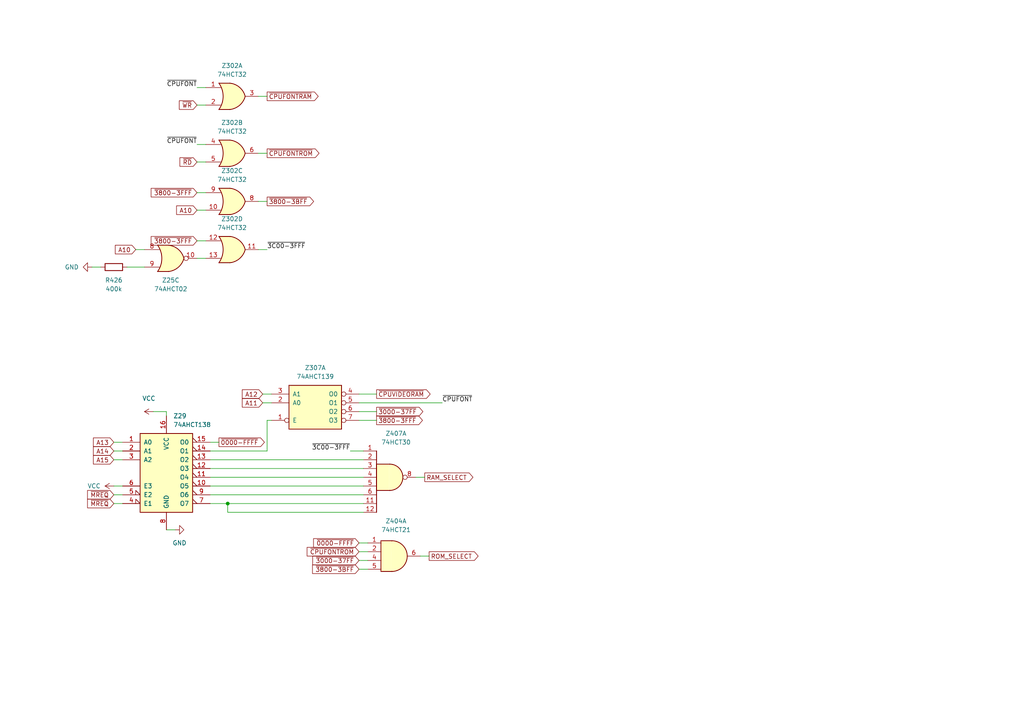
<source format=kicad_sch>
(kicad_sch (version 20211123) (generator eeschema)
  (paper "A4")
  (title_block (title "ACE4NOKB") (date "2020-04-30") (rev "Alpha") (company "Ontobus") (comment 1 "John Bradley") (comment 2 "https://creativecommons.org/licenses/by-nc-sa/4.0/") (comment 3 "Attribution-NonCommercial-ShareAlike 4.0 International License.") (comment 4 "This work is licensed under a Creative Commons "))
  (lib_symbols
    (symbol "74xx-FIX:74LS21" (pin_names (offset 1.016))
      (property "Reference" "U" (at 0 1.27 0))
      (property "Value" "74LS21" (at 0 -1.27 0))
      (symbol "74LS21_1_0"
        (pin no_connect line (at 2.54 -2.54 180) (length 2.54) hide (name "") (number "11"))
        (pin no_connect line (at 2.54 -1.27 180) (length 2.54) hide (name "") (number "3"))
      )
      (symbol "74LS21_1_1"
        (arc (start -0.635 -4.445) (mid 3.81 0) (end -0.635 4.445) (stroke (width 0.254)) (fill (type background)))
        (polyline (pts (xy -0.635 4.445) (xy -3.81 4.445) (xy -3.81 -4.445) (xy -0.635 -4.445)) (stroke (width 0.254)) (fill (type background)))
        (pin input line (at -7.62 3.81 0) (length 3.81) (name "~") (number "1"))
        (pin input line (at -7.62 1.27 0) (length 3.81) (name "~") (number "2"))
        (pin input line (at -7.62 -1.27 0) (length 3.81) (name "~") (number "4"))
        (pin input line (at -7.62 -3.81 0) (length 3.81) (name "~") (number "5"))
        (pin output line (at 7.62 0 180) (length 3.81) (name "~") (number "6"))
      )
      (symbol "74LS21_1_2"
        (arc (start -3.81 -4.445) (mid -2.5908 0) (end -3.81 4.445) (stroke (width 0.254)))
        (arc (start -0.6096 -4.445) (mid 2.224 -2.8428) (end 3.81 0) (stroke (width 0.254)) (fill (type background)))
        (polyline (pts (xy -3.81 -4.445) (xy -0.635 -4.445)) (stroke (width 0.254)) (fill (type background)))
        (polyline (pts (xy -3.81 4.445) (xy -0.635 4.445)) (stroke (width 0.254)) (fill (type background)))
        (polyline (pts (xy -0.635 4.445) (xy -3.81 4.445) (xy -3.81 4.445) (xy -3.6322 4.0894) (xy -3.0988 2.921) (xy -2.7686 1.6764) (xy -2.6162 0.4318) (xy -2.6416 -0.8636) (xy -2.8702 -2.1082) (xy -3.2512 -3.3274) (xy -3.81 -4.445) (xy -3.81 -4.445) (xy -0.635 -4.445)) (stroke (width -25.4)) (fill (type background)))
        (arc (start 3.81 0) (mid 2.2198 2.8386) (end -0.6096 4.445) (stroke (width 0.254)) (fill (type background)))
        (pin input inverted (at -7.62 3.81 0) (length 3.81) (name "~") (number "1"))
        (pin input inverted (at -7.62 1.27 0) (length 4.826) (name "~") (number "2"))
        (pin input inverted (at -7.62 -1.27 0) (length 4.826) (name "~") (number "4"))
        (pin input inverted (at -7.62 -3.81 0) (length 3.81) (name "~") (number "5"))
        (pin output inverted (at 7.62 0 180) (length 3.81) (name "~") (number "6"))
      )
      (symbol "74LS21_2_1"
        (arc (start -0.635 -4.445) (mid 3.81 0) (end -0.635 4.445) (stroke (width 0.254)) (fill (type background)))
        (polyline (pts (xy -0.635 4.445) (xy -3.81 4.445) (xy -3.81 -4.445) (xy -0.635 -4.445)) (stroke (width 0.254)) (fill (type background)))
        (pin input line (at -7.62 1.27 0) (length 3.81) (name "~") (number "10"))
        (pin input line (at -7.62 -1.27 0) (length 3.81) (name "~") (number "12"))
        (pin input line (at -7.62 -3.81 0) (length 3.81) (name "~") (number "13"))
        (pin output line (at 7.62 0 180) (length 3.81) (name "~") (number "8"))
        (pin input line (at -7.62 3.81 0) (length 3.81) (name "~") (number "9"))
      )
      (symbol "74LS21_2_2"
        (arc (start -3.81 -4.445) (mid -2.5908 0) (end -3.81 4.445) (stroke (width 0.254)))
        (arc (start -0.6096 -4.445) (mid 2.224 -2.8428) (end 3.81 0) (stroke (width 0.254)) (fill (type background)))
        (polyline (pts (xy -3.81 -4.445) (xy -0.635 -4.445)) (stroke (width 0.254)) (fill (type background)))
        (polyline (pts (xy -3.81 4.445) (xy -0.635 4.445)) (stroke (width 0.254)) (fill (type background)))
        (polyline (pts (xy -0.635 4.445) (xy -3.81 4.445) (xy -3.81 4.445) (xy -3.6322 4.0894) (xy -3.0988 2.921) (xy -2.7686 1.6764) (xy -2.6162 0.4318) (xy -2.6416 -0.8636) (xy -2.8702 -2.1082) (xy -3.2512 -3.3274) (xy -3.81 -4.445) (xy -3.81 -4.445) (xy -0.635 -4.445)) (stroke (width -25.4)) (fill (type background)))
        (arc (start 3.81 0) (mid 2.2198 2.8386) (end -0.6096 4.445) (stroke (width 0.254)) (fill (type background)))
        (pin input inverted (at -7.62 1.27 0) (length 4.826) (name "~") (number "10"))
        (pin input inverted (at -7.62 -1.27 0) (length 4.826) (name "~") (number "12"))
        (pin input inverted (at -7.62 -3.81 0) (length 3.81) (name "~") (number "13"))
        (pin output inverted (at 7.62 0 180) (length 3.81) (name "~") (number "8"))
        (pin input inverted (at -7.62 3.81 0) (length 3.81) (name "~") (number "9"))
      )
      (symbol "74LS21_3_0"
        (pin power_in line (at 0 12.7 270) (length 5.08) (name "VCC") (number "14"))
        (pin power_in line (at 0 -12.7 90) (length 5.08) (name "GND") (number "7"))
      )
      (symbol "74LS21_3_1"
        (rectangle (start -5.08 7.62) (end 5.08 -7.62) (stroke (width 0.254)) (fill (type background)))
      )
    )
    (symbol "74xx-FIX:74LS30" (pin_names (offset 1.016))
      (property "Reference" "U" (at 0 1.27 0))
      (property "Value" "74LS30" (at 0 -1.27 0))
      (symbol "74LS30_1_0"
        (pin no_connect line (at 0 -5.08 0) (length 2.54) hide (name "") (number "10"))
        (pin no_connect line (at -1.27 -6.35 0) (length 2.54) hide (name "") (number "13"))
        (pin no_connect line (at 0 -6.35 0) (length 2.54) hide (name "") (number "9"))
      )
      (symbol "74LS30_1_1"
        (arc (start 0 -3.81) (mid 3.81 0) (end 0 3.81) (stroke (width 0.254)) (fill (type background)))
        (polyline (pts (xy -3.81 7.62) (xy -3.81 -10.16)) (stroke (width 0.254)))
        (polyline (pts (xy 0 3.81) (xy -3.81 3.81) (xy -3.81 -3.81) (xy 0 -3.81)) (stroke (width 0.254)) (fill (type background)))
        (pin input line (at -7.62 7.62 0) (length 3.81) (name "~") (number "1"))
        (pin input line (at -7.62 -7.62 0) (length 3.81) (name "~") (number "11"))
        (pin input line (at -7.62 -10.16 0) (length 3.81) (name "~") (number "12"))
        (pin input line (at -7.62 5.08 0) (length 3.81) (name "~") (number "2"))
        (pin input line (at -7.62 2.54 0) (length 3.81) (name "~") (number "3"))
        (pin input line (at -7.62 0 0) (length 3.81) (name "~") (number "4"))
        (pin input line (at -7.62 -2.54 0) (length 3.81) (name "~") (number "5"))
        (pin input line (at -7.62 -5.08 0) (length 3.81) (name "~") (number "6"))
        (pin output inverted (at 7.62 0 180) (length 3.81) (name "~") (number "8"))
      )
      (symbol "74LS30_1_2"
        (arc (start -3.81 -3.81) (mid -2.589 0) (end -3.81 3.81) (stroke (width 0.254)))
        (arc (start -0.6096 -3.81) (mid 2.1855 -2.584) (end 3.81 0) (stroke (width 0.254)) (fill (type background)))
        (polyline (pts (xy -3.81 -3.81) (xy -3.81 -10.16)) (stroke (width 0.254)))
        (polyline (pts (xy -3.81 -3.81) (xy -0.635 -3.81)) (stroke (width 0.254)) (fill (type background)))
        (polyline (pts (xy -3.81 3.81) (xy -0.635 3.81)) (stroke (width 0.254)) (fill (type background)))
        (polyline (pts (xy -3.81 7.62) (xy -3.81 3.81)) (stroke (width 0.254)))
        (polyline (pts (xy -0.635 3.81) (xy -3.81 3.81) (xy -3.81 3.81) (xy -3.556 3.4036) (xy -3.0226 2.2606) (xy -2.6924 1.0414) (xy -2.6162 -0.254) (xy -2.7686 -1.4986) (xy -3.175 -2.7178) (xy -3.81 -3.81) (xy -3.81 -3.81) (xy -0.635 -3.81)) (stroke (width -25.4)) (fill (type background)))
        (arc (start 3.81 0) (mid 2.1928 2.5925) (end -0.6096 3.81) (stroke (width 0.254)) (fill (type background)))
        (pin input inverted (at -7.62 7.62 0) (length 3.81) (name "~") (number "1"))
        (pin input inverted (at -7.62 -7.62 0) (length 3.81) (name "~") (number "11"))
        (pin input inverted (at -7.62 -10.16 0) (length 3.81) (name "~") (number "12"))
        (pin input inverted (at -7.62 5.08 0) (length 3.81) (name "~") (number "2"))
        (pin input inverted (at -7.62 2.54 0) (length 4.5466) (name "~") (number "3"))
        (pin input inverted (at -7.62 0 0) (length 5.08) (name "~") (number "4"))
        (pin input inverted (at -7.62 -2.54 0) (length 4.5466) (name "~") (number "5"))
        (pin input inverted (at -7.62 -5.08 0) (length 3.81) (name "~") (number "6"))
        (pin output line (at 7.62 0 180) (length 3.81) (name "~") (number "8"))
      )
      (symbol "74LS30_2_0"
        (pin power_in line (at 0 12.7 270) (length 5.08) (name "VCC") (number "14"))
        (pin power_in line (at 0 -12.7 90) (length 5.08) (name "GND") (number "7"))
      )
      (symbol "74LS30_2_1"
        (rectangle (start -5.08 7.62) (end 5.08 -7.62) (stroke (width 0.254)) (fill (type background)))
      )
    )
    (symbol "74xx:74LS02" (pin_names (offset 1.016))
      (property "Reference" "U" (at 0 1.27 0))
      (property "Value" "74LS02" (at 0 -1.27 0))
      (symbol "74LS02_1_1"
        (arc (start -3.81 -3.81) (mid -2.589 0) (end -3.81 3.81) (stroke (width 0.254)))
        (arc (start -0.6096 -3.81) (mid 2.1842 -2.5851) (end 3.81 0) (stroke (width 0.254)) (fill (type background)))
        (polyline (pts (xy -3.81 -3.81) (xy -0.635 -3.81)) (stroke (width 0.254)) (fill (type background)))
        (polyline (pts (xy -3.81 3.81) (xy -0.635 3.81)) (stroke (width 0.254)) (fill (type background)))
        (polyline (pts (xy -0.635 3.81) (xy -3.81 3.81) (xy -3.81 3.81) (xy -3.556 3.4036) (xy -3.0226 2.2606) (xy -2.6924 1.0414) (xy -2.6162 -0.254) (xy -2.7686 -1.4986) (xy -3.175 -2.7178) (xy -3.81 -3.81) (xy -3.81 -3.81) (xy -0.635 -3.81)) (stroke (width -25.4)) (fill (type background)))
        (arc (start 3.81 0) (mid 2.1915 2.5936) (end -0.6096 3.81) (stroke (width 0.254)) (fill (type background)))
        (pin output inverted (at 7.62 0 180) (length 3.81) (name "~") (number "1"))
        (pin input line (at -7.62 2.54 0) (length 4.318) (name "~") (number "2"))
        (pin input line (at -7.62 -2.54 0) (length 4.318) (name "~") (number "3"))
      )
      (symbol "74LS02_1_2"
        (arc (start 0 -3.81) (mid 3.81 0) (end 0 3.81) (stroke (width 0.254)) (fill (type background)))
        (polyline (pts (xy 0 3.81) (xy -3.81 3.81) (xy -3.81 -3.81) (xy 0 -3.81)) (stroke (width 0.254)) (fill (type background)))
        (pin output line (at 7.62 0 180) (length 3.81) (name "~") (number "1"))
        (pin input inverted (at -7.62 2.54 0) (length 3.81) (name "~") (number "2"))
        (pin input inverted (at -7.62 -2.54 0) (length 3.81) (name "~") (number "3"))
      )
      (symbol "74LS02_2_1"
        (arc (start -3.81 -3.81) (mid -2.589 0) (end -3.81 3.81) (stroke (width 0.254)))
        (arc (start -0.6096 -3.81) (mid 2.1842 -2.5851) (end 3.81 0) (stroke (width 0.254)) (fill (type background)))
        (polyline (pts (xy -3.81 -3.81) (xy -0.635 -3.81)) (stroke (width 0.254)) (fill (type background)))
        (polyline (pts (xy -3.81 3.81) (xy -0.635 3.81)) (stroke (width 0.254)) (fill (type background)))
        (polyline (pts (xy -0.635 3.81) (xy -3.81 3.81) (xy -3.81 3.81) (xy -3.556 3.4036) (xy -3.0226 2.2606) (xy -2.6924 1.0414) (xy -2.6162 -0.254) (xy -2.7686 -1.4986) (xy -3.175 -2.7178) (xy -3.81 -3.81) (xy -3.81 -3.81) (xy -0.635 -3.81)) (stroke (width -25.4)) (fill (type background)))
        (arc (start 3.81 0) (mid 2.1915 2.5936) (end -0.6096 3.81) (stroke (width 0.254)) (fill (type background)))
        (pin output inverted (at 7.62 0 180) (length 3.81) (name "~") (number "4"))
        (pin input line (at -7.62 2.54 0) (length 4.318) (name "~") (number "5"))
        (pin input line (at -7.62 -2.54 0) (length 4.318) (name "~") (number "6"))
      )
      (symbol "74LS02_2_2"
        (arc (start 0 -3.81) (mid 3.81 0) (end 0 3.81) (stroke (width 0.254)) (fill (type background)))
        (polyline (pts (xy 0 3.81) (xy -3.81 3.81) (xy -3.81 -3.81) (xy 0 -3.81)) (stroke (width 0.254)) (fill (type background)))
        (pin output line (at 7.62 0 180) (length 3.81) (name "~") (number "4"))
        (pin input inverted (at -7.62 2.54 0) (length 3.81) (name "~") (number "5"))
        (pin input inverted (at -7.62 -2.54 0) (length 3.81) (name "~") (number "6"))
      )
      (symbol "74LS02_3_1"
        (arc (start -3.81 -3.81) (mid -2.589 0) (end -3.81 3.81) (stroke (width 0.254)))
        (arc (start -0.6096 -3.81) (mid 2.1842 -2.5851) (end 3.81 0) (stroke (width 0.254)) (fill (type background)))
        (polyline (pts (xy -3.81 -3.81) (xy -0.635 -3.81)) (stroke (width 0.254)) (fill (type background)))
        (polyline (pts (xy -3.81 3.81) (xy -0.635 3.81)) (stroke (width 0.254)) (fill (type background)))
        (polyline (pts (xy -0.635 3.81) (xy -3.81 3.81) (xy -3.81 3.81) (xy -3.556 3.4036) (xy -3.0226 2.2606) (xy -2.6924 1.0414) (xy -2.6162 -0.254) (xy -2.7686 -1.4986) (xy -3.175 -2.7178) (xy -3.81 -3.81) (xy -3.81 -3.81) (xy -0.635 -3.81)) (stroke (width -25.4)) (fill (type background)))
        (arc (start 3.81 0) (mid 2.1915 2.5936) (end -0.6096 3.81) (stroke (width 0.254)) (fill (type background)))
        (pin output inverted (at 7.62 0 180) (length 3.81) (name "~") (number "10"))
        (pin input line (at -7.62 2.54 0) (length 4.318) (name "~") (number "8"))
        (pin input line (at -7.62 -2.54 0) (length 4.318) (name "~") (number "9"))
      )
      (symbol "74LS02_3_2"
        (arc (start 0 -3.81) (mid 3.81 0) (end 0 3.81) (stroke (width 0.254)) (fill (type background)))
        (polyline (pts (xy 0 3.81) (xy -3.81 3.81) (xy -3.81 -3.81) (xy 0 -3.81)) (stroke (width 0.254)) (fill (type background)))
        (pin output line (at 7.62 0 180) (length 3.81) (name "~") (number "10"))
        (pin input inverted (at -7.62 2.54 0) (length 3.81) (name "~") (number "8"))
        (pin input inverted (at -7.62 -2.54 0) (length 3.81) (name "~") (number "9"))
      )
      (symbol "74LS02_4_1"
        (arc (start -3.81 -3.81) (mid -2.589 0) (end -3.81 3.81) (stroke (width 0.254)))
        (arc (start -0.6096 -3.81) (mid 2.1842 -2.5851) (end 3.81 0) (stroke (width 0.254)) (fill (type background)))
        (polyline (pts (xy -3.81 -3.81) (xy -0.635 -3.81)) (stroke (width 0.254)) (fill (type background)))
        (polyline (pts (xy -3.81 3.81) (xy -0.635 3.81)) (stroke (width 0.254)) (fill (type background)))
        (polyline (pts (xy -0.635 3.81) (xy -3.81 3.81) (xy -3.81 3.81) (xy -3.556 3.4036) (xy -3.0226 2.2606) (xy -2.6924 1.0414) (xy -2.6162 -0.254) (xy -2.7686 -1.4986) (xy -3.175 -2.7178) (xy -3.81 -3.81) (xy -3.81 -3.81) (xy -0.635 -3.81)) (stroke (width -25.4)) (fill (type background)))
        (arc (start 3.81 0) (mid 2.1915 2.5936) (end -0.6096 3.81) (stroke (width 0.254)) (fill (type background)))
        (pin input line (at -7.62 2.54 0) (length 4.318) (name "~") (number "11"))
        (pin input line (at -7.62 -2.54 0) (length 4.318) (name "~") (number "12"))
        (pin output inverted (at 7.62 0 180) (length 3.81) (name "~") (number "13"))
      )
      (symbol "74LS02_4_2"
        (arc (start 0 -3.81) (mid 3.81 0) (end 0 3.81) (stroke (width 0.254)) (fill (type background)))
        (polyline (pts (xy 0 3.81) (xy -3.81 3.81) (xy -3.81 -3.81) (xy 0 -3.81)) (stroke (width 0.254)) (fill (type background)))
        (pin input inverted (at -7.62 2.54 0) (length 3.81) (name "~") (number "11"))
        (pin input inverted (at -7.62 -2.54 0) (length 3.81) (name "~") (number "12"))
        (pin output line (at 7.62 0 180) (length 3.81) (name "~") (number "13"))
      )
      (symbol "74LS02_5_0"
        (pin power_in line (at 0 12.7 270) (length 5.08) (name "VCC") (number "14"))
        (pin power_in line (at 0 -12.7 90) (length 5.08) (name "GND") (number "7"))
      )
      (symbol "74LS02_5_1"
        (rectangle (start -5.08 7.62) (end 5.08 -7.62) (stroke (width 0.254)) (fill (type background)))
      )
    )
    (symbol "74xx:74LS138" (pin_names (offset 1.016))
      (property "Reference" "U" (at -7.62 11.43 0))
      (property "Value" "74LS138" (at -7.62 -13.97 0))
      (symbol "74LS138_1_0"
        (pin input line (at -12.7 7.62 0) (length 5.08) (name "A0") (number "1"))
        (pin output output_low (at 12.7 -5.08 180) (length 5.08) (name "O5") (number "10"))
        (pin output output_low (at 12.7 -2.54 180) (length 5.08) (name "O4") (number "11"))
        (pin output output_low (at 12.7 0 180) (length 5.08) (name "O3") (number "12"))
        (pin output output_low (at 12.7 2.54 180) (length 5.08) (name "O2") (number "13"))
        (pin output output_low (at 12.7 5.08 180) (length 5.08) (name "O1") (number "14"))
        (pin output output_low (at 12.7 7.62 180) (length 5.08) (name "O0") (number "15"))
        (pin power_in line (at 0 15.24 270) (length 5.08) (name "VCC") (number "16"))
        (pin input line (at -12.7 5.08 0) (length 5.08) (name "A1") (number "2"))
        (pin input line (at -12.7 2.54 0) (length 5.08) (name "A2") (number "3"))
        (pin input input_low (at -12.7 -10.16 0) (length 5.08) (name "E1") (number "4"))
        (pin input input_low (at -12.7 -7.62 0) (length 5.08) (name "E2") (number "5"))
        (pin input line (at -12.7 -5.08 0) (length 5.08) (name "E3") (number "6"))
        (pin output output_low (at 12.7 -10.16 180) (length 5.08) (name "O7") (number "7"))
        (pin power_in line (at 0 -17.78 90) (length 5.08) (name "GND") (number "8"))
        (pin output output_low (at 12.7 -7.62 180) (length 5.08) (name "O6") (number "9"))
      )
      (symbol "74LS138_1_1"
        (rectangle (start -7.62 10.16) (end 7.62 -12.7) (stroke (width 0.254)) (fill (type background)))
      )
    )
    (symbol "74xx:74LS139" (pin_names (offset 1.016))
      (property "Reference" "U" (at -7.62 8.89 0))
      (property "Value" "74LS139" (at -7.62 -8.89 0))
      (symbol "74LS139_1_0"
        (pin input inverted (at -12.7 -5.08 0) (length 5.08) (name "E") (number "1"))
        (pin input line (at -12.7 0 0) (length 5.08) (name "A0") (number "2"))
        (pin input line (at -12.7 2.54 0) (length 5.08) (name "A1") (number "3"))
        (pin output inverted (at 12.7 2.54 180) (length 5.08) (name "O0") (number "4"))
        (pin output inverted (at 12.7 0 180) (length 5.08) (name "O1") (number "5"))
        (pin output inverted (at 12.7 -2.54 180) (length 5.08) (name "O2") (number "6"))
        (pin output inverted (at 12.7 -5.08 180) (length 5.08) (name "O3") (number "7"))
      )
      (symbol "74LS139_1_1"
        (rectangle (start -7.62 5.08) (end 7.62 -7.62) (stroke (width 0.254)) (fill (type background)))
      )
      (symbol "74LS139_2_0"
        (pin output inverted (at 12.7 -2.54 180) (length 5.08) (name "O2") (number "10"))
        (pin output inverted (at 12.7 0 180) (length 5.08) (name "O1") (number "11"))
        (pin output inverted (at 12.7 2.54 180) (length 5.08) (name "O0") (number "12"))
        (pin input line (at -12.7 2.54 0) (length 5.08) (name "A1") (number "13"))
        (pin input line (at -12.7 0 0) (length 5.08) (name "A0") (number "14"))
        (pin input inverted (at -12.7 -5.08 0) (length 5.08) (name "E") (number "15"))
        (pin output inverted (at 12.7 -5.08 180) (length 5.08) (name "O3") (number "9"))
      )
      (symbol "74LS139_2_1"
        (rectangle (start -7.62 5.08) (end 7.62 -7.62) (stroke (width 0.254)) (fill (type background)))
      )
      (symbol "74LS139_3_0"
        (pin power_in line (at 0 12.7 270) (length 5.08) (name "VCC") (number "16"))
        (pin power_in line (at 0 -12.7 90) (length 5.08) (name "GND") (number "8"))
      )
      (symbol "74LS139_3_1"
        (rectangle (start -5.08 7.62) (end 5.08 -7.62) (stroke (width 0.254)) (fill (type background)))
      )
    )
    (symbol "74xx:74LS32" (pin_names (offset 1.016))
      (property "Reference" "U" (at 0 1.27 0))
      (property "Value" "74LS32" (at 0 -1.27 0))
      (symbol "74LS32_1_1"
        (arc (start -3.81 -3.81) (mid -2.589 0) (end -3.81 3.81) (stroke (width 0.254)))
        (arc (start -0.6096 -3.81) (mid 2.1842 -2.5851) (end 3.81 0) (stroke (width 0.254)) (fill (type background)))
        (polyline (pts (xy -3.81 -3.81) (xy -0.635 -3.81)) (stroke (width 0.254)) (fill (type background)))
        (polyline (pts (xy -3.81 3.81) (xy -0.635 3.81)) (stroke (width 0.254)) (fill (type background)))
        (polyline (pts (xy -0.635 3.81) (xy -3.81 3.81) (xy -3.81 3.81) (xy -3.556 3.4036) (xy -3.0226 2.2606) (xy -2.6924 1.0414) (xy -2.6162 -0.254) (xy -2.7686 -1.4986) (xy -3.175 -2.7178) (xy -3.81 -3.81) (xy -3.81 -3.81) (xy -0.635 -3.81)) (stroke (width -25.4)) (fill (type background)))
        (arc (start 3.81 0) (mid 2.1915 2.5936) (end -0.6096 3.81) (stroke (width 0.254)) (fill (type background)))
        (pin input line (at -7.62 2.54 0) (length 4.318) (name "~") (number "1"))
        (pin input line (at -7.62 -2.54 0) (length 4.318) (name "~") (number "2"))
        (pin output line (at 7.62 0 180) (length 3.81) (name "~") (number "3"))
      )
      (symbol "74LS32_1_2"
        (arc (start 0 -3.81) (mid 3.81 0) (end 0 3.81) (stroke (width 0.254)) (fill (type background)))
        (polyline (pts (xy 0 3.81) (xy -3.81 3.81) (xy -3.81 -3.81) (xy 0 -3.81)) (stroke (width 0.254)) (fill (type background)))
        (pin input inverted (at -7.62 2.54 0) (length 3.81) (name "~") (number "1"))
        (pin input inverted (at -7.62 -2.54 0) (length 3.81) (name "~") (number "2"))
        (pin output inverted (at 7.62 0 180) (length 3.81) (name "~") (number "3"))
      )
      (symbol "74LS32_2_1"
        (arc (start -3.81 -3.81) (mid -2.589 0) (end -3.81 3.81) (stroke (width 0.254)))
        (arc (start -0.6096 -3.81) (mid 2.1842 -2.5851) (end 3.81 0) (stroke (width 0.254)) (fill (type background)))
        (polyline (pts (xy -3.81 -3.81) (xy -0.635 -3.81)) (stroke (width 0.254)) (fill (type background)))
        (polyline (pts (xy -3.81 3.81) (xy -0.635 3.81)) (stroke (width 0.254)) (fill (type background)))
        (polyline (pts (xy -0.635 3.81) (xy -3.81 3.81) (xy -3.81 3.81) (xy -3.556 3.4036) (xy -3.0226 2.2606) (xy -2.6924 1.0414) (xy -2.6162 -0.254) (xy -2.7686 -1.4986) (xy -3.175 -2.7178) (xy -3.81 -3.81) (xy -3.81 -3.81) (xy -0.635 -3.81)) (stroke (width -25.4)) (fill (type background)))
        (arc (start 3.81 0) (mid 2.1915 2.5936) (end -0.6096 3.81) (stroke (width 0.254)) (fill (type background)))
        (pin input line (at -7.62 2.54 0) (length 4.318) (name "~") (number "4"))
        (pin input line (at -7.62 -2.54 0) (length 4.318) (name "~") (number "5"))
        (pin output line (at 7.62 0 180) (length 3.81) (name "~") (number "6"))
      )
      (symbol "74LS32_2_2"
        (arc (start 0 -3.81) (mid 3.81 0) (end 0 3.81) (stroke (width 0.254)) (fill (type background)))
        (polyline (pts (xy 0 3.81) (xy -3.81 3.81) (xy -3.81 -3.81) (xy 0 -3.81)) (stroke (width 0.254)) (fill (type background)))
        (pin input inverted (at -7.62 2.54 0) (length 3.81) (name "~") (number "4"))
        (pin input inverted (at -7.62 -2.54 0) (length 3.81) (name "~") (number "5"))
        (pin output inverted (at 7.62 0 180) (length 3.81) (name "~") (number "6"))
      )
      (symbol "74LS32_3_1"
        (arc (start -3.81 -3.81) (mid -2.589 0) (end -3.81 3.81) (stroke (width 0.254)))
        (arc (start -0.6096 -3.81) (mid 2.1842 -2.5851) (end 3.81 0) (stroke (width 0.254)) (fill (type background)))
        (polyline (pts (xy -3.81 -3.81) (xy -0.635 -3.81)) (stroke (width 0.254)) (fill (type background)))
        (polyline (pts (xy -3.81 3.81) (xy -0.635 3.81)) (stroke (width 0.254)) (fill (type background)))
        (polyline (pts (xy -0.635 3.81) (xy -3.81 3.81) (xy -3.81 3.81) (xy -3.556 3.4036) (xy -3.0226 2.2606) (xy -2.6924 1.0414) (xy -2.6162 -0.254) (xy -2.7686 -1.4986) (xy -3.175 -2.7178) (xy -3.81 -3.81) (xy -3.81 -3.81) (xy -0.635 -3.81)) (stroke (width -25.4)) (fill (type background)))
        (arc (start 3.81 0) (mid 2.1915 2.5936) (end -0.6096 3.81) (stroke (width 0.254)) (fill (type background)))
        (pin input line (at -7.62 -2.54 0) (length 4.318) (name "~") (number "10"))
        (pin output line (at 7.62 0 180) (length 3.81) (name "~") (number "8"))
        (pin input line (at -7.62 2.54 0) (length 4.318) (name "~") (number "9"))
      )
      (symbol "74LS32_3_2"
        (arc (start 0 -3.81) (mid 3.81 0) (end 0 3.81) (stroke (width 0.254)) (fill (type background)))
        (polyline (pts (xy 0 3.81) (xy -3.81 3.81) (xy -3.81 -3.81) (xy 0 -3.81)) (stroke (width 0.254)) (fill (type background)))
        (pin input inverted (at -7.62 -2.54 0) (length 3.81) (name "~") (number "10"))
        (pin output inverted (at 7.62 0 180) (length 3.81) (name "~") (number "8"))
        (pin input inverted (at -7.62 2.54 0) (length 3.81) (name "~") (number "9"))
      )
      (symbol "74LS32_4_1"
        (arc (start -3.81 -3.81) (mid -2.589 0) (end -3.81 3.81) (stroke (width 0.254)))
        (arc (start -0.6096 -3.81) (mid 2.1842 -2.5851) (end 3.81 0) (stroke (width 0.254)) (fill (type background)))
        (polyline (pts (xy -3.81 -3.81) (xy -0.635 -3.81)) (stroke (width 0.254)) (fill (type background)))
        (polyline (pts (xy -3.81 3.81) (xy -0.635 3.81)) (stroke (width 0.254)) (fill (type background)))
        (polyline (pts (xy -0.635 3.81) (xy -3.81 3.81) (xy -3.81 3.81) (xy -3.556 3.4036) (xy -3.0226 2.2606) (xy -2.6924 1.0414) (xy -2.6162 -0.254) (xy -2.7686 -1.4986) (xy -3.175 -2.7178) (xy -3.81 -3.81) (xy -3.81 -3.81) (xy -0.635 -3.81)) (stroke (width -25.4)) (fill (type background)))
        (arc (start 3.81 0) (mid 2.1915 2.5936) (end -0.6096 3.81) (stroke (width 0.254)) (fill (type background)))
        (pin output line (at 7.62 0 180) (length 3.81) (name "~") (number "11"))
        (pin input line (at -7.62 2.54 0) (length 4.318) (name "~") (number "12"))
        (pin input line (at -7.62 -2.54 0) (length 4.318) (name "~") (number "13"))
      )
      (symbol "74LS32_4_2"
        (arc (start 0 -3.81) (mid 3.81 0) (end 0 3.81) (stroke (width 0.254)) (fill (type background)))
        (polyline (pts (xy 0 3.81) (xy -3.81 3.81) (xy -3.81 -3.81) (xy 0 -3.81)) (stroke (width 0.254)) (fill (type background)))
        (pin output inverted (at 7.62 0 180) (length 3.81) (name "~") (number "11"))
        (pin input inverted (at -7.62 2.54 0) (length 3.81) (name "~") (number "12"))
        (pin input inverted (at -7.62 -2.54 0) (length 3.81) (name "~") (number "13"))
      )
      (symbol "74LS32_5_0"
        (pin power_in line (at 0 12.7 270) (length 5.08) (name "VCC") (number "14"))
        (pin power_in line (at 0 -12.7 90) (length 5.08) (name "GND") (number "7"))
      )
      (symbol "74LS32_5_1"
        (rectangle (start -5.08 7.62) (end 5.08 -7.62) (stroke (width 0.254)) (fill (type background)))
      )
    )
    (symbol "Device:R" (pin_numbers hide) (pin_names (offset 0))
      (property "Reference" "R" (at 2.032 0 90))
      (property "Value" "R" (at 0 0 90))
      (symbol "R_0_1"
        (rectangle (start -1.016 -2.54) (end 1.016 2.54) (stroke (width 0.254)))
      )
      (symbol "R_1_1"
        (pin passive line (at 0 3.81 270) (length 1.27) (name "~") (number "1"))
        (pin passive line (at 0 -3.81 90) (length 1.27) (name "~") (number "2"))
      )
    )
    (symbol "power:GND" (power) (pin_names (offset 0))
      (property "Value" "GND" (at 0 -3.81 0))
      (symbol "GND_0_1"
        (polyline (pts (xy 0 0) (xy 0 -1.27) (xy 1.27 -1.27) (xy 0 -2.54) (xy -1.27 -1.27) (xy 0 -1.27)))
      )
      (symbol "GND_1_1"
        (pin power_in line (at 0 0 270) (length 0) hide (name "GND") (number "1"))
      )
    )
    (symbol "power:VCC" (power) (pin_names (offset 0))
      (property "Value" "VCC" (at 0 3.81 0))
      (symbol "VCC_0_1"
        (polyline (pts (xy -0.762 1.27) (xy 0 2.54)))
        (polyline (pts (xy 0 0) (xy 0 2.54)))
        (polyline (pts (xy 0 2.54) (xy 0.762 1.27)))
      )
      (symbol "VCC_1_1"
        (pin power_in line (at 0 0 90) (length 0) hide (name "VCC") (number "1"))
      )
    )
  )
  (junction (at 66.04 146.05))
  (wire (pts (xy 36.83 77.47) (xy 41.91 77.47)))
  (wire (pts (xy 29.21 77.47) (xy 26.67 77.47)))
  (wire (pts (xy 120.65 138.43) (xy 123.19 138.43)))
  (wire (pts (xy 60.96 140.97) (xy 105.41 140.97)))
  (wire (pts (xy 124.46 161.29) (xy 121.92 161.29)))
  (wire (pts (xy 59.69 30.48) (xy 57.15 30.48)))
  (wire (pts (xy 104.14 119.38) (xy 109.22 119.38)))
  (wire (pts (xy 44.45 119.38) (xy 48.26 119.38)))
  (wire (pts (xy 60.96 143.51) (xy 105.41 143.51)))
  (wire (pts (xy 50.8 153.67) (xy 48.26 153.67)))
  (wire (pts (xy 60.96 135.89) (xy 105.41 135.89)))
  (wire (pts (xy 77.47 72.39) (xy 74.93 72.39)))
  (wire (pts (xy 60.96 133.35) (xy 105.41 133.35)))
  (wire (pts (xy 106.68 162.56) (xy 104.14 162.56)))
  (wire (pts (xy 104.14 116.84) (xy 128.27 116.84)))
  (wire (pts (xy 78.74 116.84) (xy 76.2 116.84)))
  (wire (pts (xy 60.96 146.05) (xy 66.04 146.05)))
  (wire (pts (xy 60.96 130.81) (xy 77.47 130.81)))
  (wire (pts (xy 59.69 25.4) (xy 57.15 25.4)))
  (wire (pts (xy 104.14 114.3) (xy 109.22 114.3)))
  (wire (pts (xy 77.47 130.81) (xy 77.47 121.92)))
  (wire (pts (xy 33.02 130.81) (xy 35.56 130.81)))
  (wire (pts (xy 74.93 27.94) (xy 77.47 27.94)))
  (wire (pts (xy 74.93 44.45) (xy 77.47 44.45)))
  (wire (pts (xy 106.68 160.02) (xy 104.14 160.02)))
  (wire (pts (xy 33.02 140.97) (xy 35.56 140.97)))
  (wire (pts (xy 33.02 143.51) (xy 35.56 143.51)))
  (wire (pts (xy 77.47 121.92) (xy 78.74 121.92)))
  (wire (pts (xy 41.91 72.39) (xy 39.37 72.39)))
  (wire (pts (xy 105.41 148.59) (xy 66.04 148.59)))
  (wire (pts (xy 60.96 138.43) (xy 105.41 138.43)))
  (wire (pts (xy 106.68 165.1) (xy 104.14 165.1)))
  (wire (pts (xy 59.69 41.91) (xy 57.15 41.91)))
  (wire (pts (xy 33.02 128.27) (xy 35.56 128.27)))
  (wire (pts (xy 78.74 114.3) (xy 76.2 114.3)))
  (wire (pts (xy 57.15 74.93) (xy 59.69 74.93)))
  (wire (pts (xy 48.26 120.65) (xy 48.26 119.38)))
  (wire (pts (xy 106.68 157.48) (xy 104.14 157.48)))
  (wire (pts (xy 74.93 58.42) (xy 77.47 58.42)))
  (wire (pts (xy 60.96 128.27) (xy 63.5 128.27)))
  (wire (pts (xy 66.04 146.05) (xy 66.04 148.59)))
  (wire (pts (xy 105.41 130.81) (xy 101.6 130.81)))
  (wire (pts (xy 33.02 146.05) (xy 35.56 146.05)))
  (wire (pts (xy 57.15 60.96) (xy 59.69 60.96)))
  (wire (pts (xy 66.04 146.05) (xy 105.41 146.05)))
  (wire (pts (xy 59.69 55.88) (xy 57.15 55.88)))
  (wire (pts (xy 33.02 133.35) (xy 35.56 133.35)))
  (wire (pts (xy 57.15 69.85) (xy 59.69 69.85)))
  (wire (pts (xy 59.69 46.99) (xy 57.15 46.99)))
  (wire (pts (xy 104.14 121.92) (xy 109.22 121.92)))
  (label "~{CPUFONT}" (at 57.15 41.91 0))
  (label "~{CPUFONT}" (at 57.15 25.4 0))
  (label "~{3C00-3FFF}" (at 77.47 72.39 0))
  (label "~{CPUFONT}" (at 128.27 116.84 0))
  (label "~{3C00-3FFF}" (at 101.6 130.81 0))
  (global_label "~{3800-3FFF}" (shape output) (at 109.22 121.92 0) (property "Intersheetrefs" "${INTERSHEET_REFS}" (at 122.4299 121.8406 0) (effects (justify left))))
  (global_label "~{0000-FFFF}" (shape input) (at 104.14 157.48 180) (property "Intersheetrefs" "${INTERSHEET_REFS}" (at 91.051 157.4006 0) (effects (justify right))))
  (global_label "~{CPUFONTRAM}" (shape output) (at 77.47 27.94 0) (property "Intersheetrefs" "${INTERSHEET_REFS}" (at 92.1918 27.8606 0) (effects (justify left))))
  (global_label "~{RD}" (shape input) (at 57.15 46.99 180) (property "Intersheetrefs" "${INTERSHEET_REFS}" (at 52.2858 46.9106 0) (effects (justify right))))
  (global_label "~{3000-37FF}" (shape input) (at 104.14 162.56 180) (property "Intersheetrefs" "${INTERSHEET_REFS}" (at 90.8091 162.4806 0) (effects (justify right))))
  (global_label "~{CPUVIDEORAM}" (shape output) (at 109.22 114.3 0) (property "Intersheetrefs" "${INTERSHEET_REFS}" (at 124.6675 114.2206 0) (effects (justify left))))
  (global_label "A11" (shape input) (at 76.2 116.84 180) (property "Intersheetrefs" "${INTERSHEET_REFS}" (at 70.3682 116.7606 0) (effects (justify right))))
  (global_label "A13" (shape input) (at 33.02 128.27 180) (property "Intersheetrefs" "${INTERSHEET_REFS}" (at 27.1882 128.1906 0) (effects (justify right))))
  (global_label "A12" (shape input) (at 76.2 114.3 180) (property "Intersheetrefs" "${INTERSHEET_REFS}" (at 70.3682 114.2206 0) (effects (justify right))))
  (global_label "~{3000-37FF}" (shape output) (at 109.22 119.38 0) (property "Intersheetrefs" "${INTERSHEET_REFS}" (at 122.5509 119.3006 0) (effects (justify left))))
  (global_label "A15" (shape input) (at 33.02 133.35 180) (property "Intersheetrefs" "${INTERSHEET_REFS}" (at 27.1882 133.2706 0) (effects (justify right))))
  (global_label "ROM_SELECT" (shape output) (at 124.46 161.29 0) (property "Intersheetrefs" "${INTERSHEET_REFS}" (at 138.5771 161.2106 0) (effects (justify left))))
  (global_label "~{MREQ}" (shape input) (at 33.02 143.51 180) (property "Intersheetrefs" "${INTERSHEET_REFS}" (at 25.4948 143.4306 0) (effects (justify right))))
  (global_label "A10" (shape input) (at 39.37 72.39 180) (property "Intersheetrefs" "${INTERSHEET_REFS}" (at 33.5382 72.3106 0) (effects (justify right))))
  (global_label "~{3800-3FFF}" (shape input) (at 57.15 55.88 180) (property "Intersheetrefs" "${INTERSHEET_REFS}" (at 43.9401 55.8006 0) (effects (justify right))))
  (global_label "A14" (shape input) (at 33.02 130.81 180) (property "Intersheetrefs" "${INTERSHEET_REFS}" (at 27.1882 130.7306 0) (effects (justify right))))
  (global_label "~{CPUFONTROM}" (shape output) (at 77.47 44.45 0) (property "Intersheetrefs" "${INTERSHEET_REFS}" (at 92.4337 44.3706 0) (effects (justify left))))
  (global_label "~{3800-3FFF}" (shape input) (at 57.15 69.85 180) (property "Intersheetrefs" "${INTERSHEET_REFS}" (at 43.9401 69.7706 0) (effects (justify right))))
  (global_label "~{0000-FFFF}" (shape output) (at 63.5 128.27 0) (property "Intersheetrefs" "${INTERSHEET_REFS}" (at 76.589 128.3494 0) (effects (justify left))))
  (global_label "~{MREQ}" (shape input) (at 33.02 146.05 180) (property "Intersheetrefs" "${INTERSHEET_REFS}" (at 25.4948 145.9706 0) (effects (justify right))))
  (global_label "~{CPUFONTROM}" (shape input) (at 104.14 160.02 180) (property "Intersheetrefs" "${INTERSHEET_REFS}" (at 89.1763 159.9406 0) (effects (justify right))))
  (global_label "~{WR}" (shape input) (at 57.15 30.48 180) (property "Intersheetrefs" "${INTERSHEET_REFS}" (at 52.1044 30.4006 0) (effects (justify right))))
  (global_label "~{3800-3BFF}" (shape output) (at 77.47 58.42 0) (property "Intersheetrefs" "${INTERSHEET_REFS}" (at 90.8613 58.3406 0) (effects (justify left))))
  (global_label "~{3800-3BFF}" (shape input) (at 104.14 165.1 180) (property "Intersheetrefs" "${INTERSHEET_REFS}" (at 90.7487 165.0206 0) (effects (justify right))))
  (global_label "RAM_SELECT" (shape output) (at 123.19 138.43 0) (property "Intersheetrefs" "${INTERSHEET_REFS}" (at 137.0652 138.3506 0) (effects (justify left))))
  (global_label "A10" (shape input) (at 57.15 60.96 180) (property "Intersheetrefs" "${INTERSHEET_REFS}" (at 51.3182 60.8806 0) (effects (justify right))))
  (symbol (lib_id "74xx:74LS139") (at 91.44 116.84 0) (unit 1)
    (property "Reference" "Z307" (at 91.44 106.68 0))
    (property "Value" "74AHCT139" (at 91.44 109.22 0))
    (property "Footprint" "Package_DIP:DIP-16_W7.62mm_Socket" (effects hide))
    (property "Datasheet" "http://www.ti.com/lit/ds/symlink/sn74ls139a.pdf" (effects hide))
    (property "Manufacturer_Name" "Texas Instruments" (effects hide))
    (property "Manufacturer_Part_Number" "SN74AHCT139N " (effects hide))
  )
  (symbol (lib_id "power:GND") (at 26.67 77.47 270) (unit 1)
    (property "Reference" "#0133" (effects hide))
    (property "Value" "GND" (at 22.86 77.4699 90) (effects (justify right)))
  )
  (symbol (lib_id "Device:R") (at 33.02 77.47 270) (unit 1)
    (property "Reference" "R426" (at 33.02 81.28 90))
    (property "Value" "400k" (at 33.02 83.82 90))
    (property "Footprint" "Resistor_THT:R_Axial_DIN0204_L3.6mm_D1.6mm_P1.90mm_Vertical" (effects hide))
    (property "Manufacturer_Name" "Vishay" (effects hide))
    (property "Manufacturer_Part_Number" "RN55D4003FB14" (effects hide))
  )
  (symbol (lib_id "power:VCC") (at 44.45 119.38 90) (unit 1)
    (property "Reference" "#~PWR0104" (effects hide))
    (property "Value" "VCC" (at 43.18 115.57 90))
  )
  (symbol (lib_id "74xx:74LS32") (at 67.31 27.94 0) (unit 1)
    (property "Reference" "Z302" (at 67.31 19.05 0))
    (property "Value" "74HCT32" (at 67.31 21.59 0))
    (property "Footprint" "Package_DIP:DIP-14_W7.62mm_Socket" (effects hide))
    (property "Datasheet" "http://www.ti.com/lit/gpn/sn74LS32" (effects hide))
    (property "Manufacturer_Name" "Texas Instruments" (effects hide))
    (property "Manufacturer_Part_Number" "SN74HCT32NE4" (effects hide))
  )
  (symbol (lib_id "74xx:74LS32") (at 67.31 44.45 0) (unit 2)
    (property "Reference" "Z302" (at 67.31 35.56 0))
    (property "Value" "74HCT32" (at 67.31 38.1 0))
    (property "Footprint" "Package_DIP:DIP-14_W7.62mm_Socket" (effects hide))
    (property "Datasheet" "http://www.ti.com/lit/gpn/sn74LS32" (effects hide))
    (property "Manufacturer_Name" "Texas Instruments" (effects hide))
    (property "Manufacturer_Part_Number" "SN74HCT32NE4" (effects hide))
  )
  (symbol (lib_id "74xx:74LS32") (at 67.31 58.42 0) (unit 3)
    (property "Reference" "Z302" (at 67.31 49.53 0))
    (property "Value" "74HCT32" (at 67.31 52.07 0))
    (property "Footprint" "Package_DIP:DIP-14_W7.62mm_Socket" (effects hide))
    (property "Datasheet" "http://www.ti.com/lit/gpn/sn74LS32" (effects hide))
    (property "Manufacturer_Name" "Texas Instruments" (effects hide))
    (property "Manufacturer_Part_Number" "SN74HCT32NE4" (effects hide))
  )
  (symbol (lib_id "74xx:74LS32") (at 67.31 72.39 0) (unit 4)
    (property "Reference" "Z302" (at 67.31 63.5 0))
    (property "Value" "74HCT32" (at 67.31 66.04 0))
    (property "Footprint" "Package_DIP:DIP-14_W7.62mm_Socket" (effects hide))
    (property "Datasheet" "http://www.ti.com/lit/gpn/sn74LS32" (effects hide))
    (property "Manufacturer_Name" "Texas Instruments" (effects hide))
    (property "Manufacturer_Part_Number" "SN74HCT32NE4" (effects hide))
  )
  (symbol (lib_id "74xx:74LS02") (at 49.53 74.93 0) (unit 3)
    (property "Reference" "Z25" (at 49.53 81.28 0))
    (property "Value" "74AHCT02" (at 49.53 83.82 0))
    (property "Footprint" "Package_DIP:DIP-14_W7.62mm_Socket" (effects hide))
    (property "Datasheet" "http://www.ti.com/lit/gpn/sn74ls02" (effects hide))
    (property "Manufacturer_Name" "Texas Instruments" (effects hide))
    (property "Manufacturer_Part_Number" "SN74AHCT02N" (effects hide))
  )
  (symbol (lib_id "74xx-FIX:74LS21") (at 114.3 161.29 0) (unit 1)
    (property "Reference" "Z404" (at 114.8715 151.13 0))
    (property "Value" "74HCT21" (at 114.8715 153.67 0))
    (property "Footprint" "Package_DIP:DIP-14_W7.62mm_Socket" (effects hide))
    (property "Datasheet" "http://www.ti.com/lit/gpn/sn74LS21" (effects hide))
    (property "Manufacturer_Name" "Texas Instruments" (effects hide))
    (property "Manufacturer_Part_Number" "CD74HCT21E" (effects hide))
  )
  (symbol (lib_id "74xx-FIX:74LS30") (at 113.03 138.43 0) (unit 1)
    (property "Reference" "Z407" (at 114.8715 125.73 0))
    (property "Value" "74HCT30" (at 114.8715 128.27 0))
    (property "Footprint" "Package_DIP:DIP-14_W7.62mm_Socket" (effects hide))
    (property "Datasheet" "http://www.ti.com/lit/gpn/sn74LS30" (effects hide))
    (property "Manufacturer_Name" "Texas Instruments" (effects hide))
    (property "Manufacturer_Part_Number" "CD74HC30E" (effects hide))
  )
  (symbol (lib_id "power:GND") (at 50.8 153.67 90) (unit 1)
    (property "Reference" "#~PWR0115" (effects hide))
    (property "Value" "GND" (at 52.07 157.48 90))
  )
  (symbol (lib_id "power:VCC") (at 33.02 140.97 90) (unit 1)
    (property "Reference" "#~PWR0139" (effects hide))
    (property "Value" "VCC" (at 29.21 140.9699 90) (effects (justify left)))
  )
  (symbol (lib_id "74xx:74LS138") (at 48.26 135.89 0) (unit 1)
    (property "Reference" "Z29" (at 50.2794 120.65 0) (effects (justify left)))
    (property "Value" "74AHCT138" (at 50.2794 123.19 0) (effects (justify left)))
    (property "Footprint" "Package_DIP:DIP-16_W7.62mm_Socket" (effects hide))
    (property "Datasheet" "http://www.ti.com/lit/gpn/sn74LS138" (effects hide))
    (property "Manufacturer_Name" "Texas Instruments" (effects hide))
    (property "Manufacturer_Part_Number" "SN74AHCT138N" (effects hide))
  )
)
</source>
